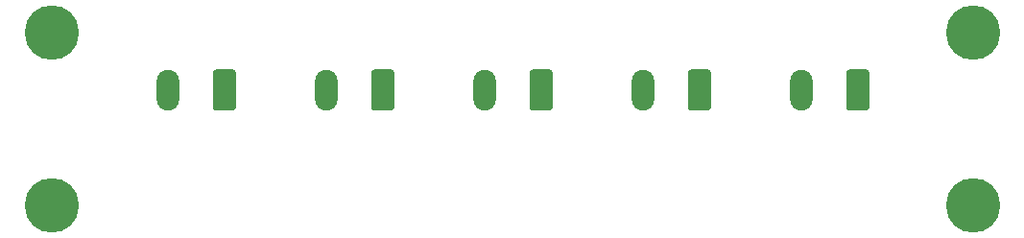
<source format=gbr>
G04 #@! TF.GenerationSoftware,KiCad,Pcbnew,5.1.5-52549c5~84~ubuntu18.04.1*
G04 #@! TF.CreationDate,2020-01-16T18:33:31+01:00*
G04 #@! TF.ProjectId,3d-printer-power-distribution-board,33642d70-7269-46e7-9465-722d706f7765,rev?*
G04 #@! TF.SameCoordinates,Original*
G04 #@! TF.FileFunction,Copper,L1,Top*
G04 #@! TF.FilePolarity,Positive*
%FSLAX46Y46*%
G04 Gerber Fmt 4.6, Leading zero omitted, Abs format (unit mm)*
G04 Created by KiCad (PCBNEW 5.1.5-52549c5~84~ubuntu18.04.1) date 2020-01-16 18:33:31*
%MOMM*%
%LPD*%
G04 APERTURE LIST*
%ADD10O,2.000000X3.600000*%
%ADD11C,0.100000*%
%ADD12C,4.800000*%
G04 APERTURE END LIST*
D10*
X80090000Y-127000000D03*
G04 #@! TA.AperFunction,ComponentPad*
D11*
G36*
X85864504Y-125201204D02*
G01*
X85888773Y-125204804D01*
X85912571Y-125210765D01*
X85935671Y-125219030D01*
X85957849Y-125229520D01*
X85978893Y-125242133D01*
X85998598Y-125256747D01*
X86016777Y-125273223D01*
X86033253Y-125291402D01*
X86047867Y-125311107D01*
X86060480Y-125332151D01*
X86070970Y-125354329D01*
X86079235Y-125377429D01*
X86085196Y-125401227D01*
X86088796Y-125425496D01*
X86090000Y-125450000D01*
X86090000Y-128550000D01*
X86088796Y-128574504D01*
X86085196Y-128598773D01*
X86079235Y-128622571D01*
X86070970Y-128645671D01*
X86060480Y-128667849D01*
X86047867Y-128688893D01*
X86033253Y-128708598D01*
X86016777Y-128726777D01*
X85998598Y-128743253D01*
X85978893Y-128757867D01*
X85957849Y-128770480D01*
X85935671Y-128780970D01*
X85912571Y-128789235D01*
X85888773Y-128795196D01*
X85864504Y-128798796D01*
X85840000Y-128800000D01*
X84340000Y-128800000D01*
X84315496Y-128798796D01*
X84291227Y-128795196D01*
X84267429Y-128789235D01*
X84244329Y-128780970D01*
X84222151Y-128770480D01*
X84201107Y-128757867D01*
X84181402Y-128743253D01*
X84163223Y-128726777D01*
X84146747Y-128708598D01*
X84132133Y-128688893D01*
X84119520Y-128667849D01*
X84109030Y-128645671D01*
X84100765Y-128622571D01*
X84094804Y-128598773D01*
X84091204Y-128574504D01*
X84090000Y-128550000D01*
X84090000Y-125450000D01*
X84091204Y-125425496D01*
X84094804Y-125401227D01*
X84100765Y-125377429D01*
X84109030Y-125354329D01*
X84119520Y-125332151D01*
X84132133Y-125311107D01*
X84146747Y-125291402D01*
X84163223Y-125273223D01*
X84181402Y-125256747D01*
X84201107Y-125242133D01*
X84222151Y-125229520D01*
X84244329Y-125219030D01*
X84267429Y-125210765D01*
X84291227Y-125204804D01*
X84315496Y-125201204D01*
X84340000Y-125200000D01*
X85840000Y-125200000D01*
X85864504Y-125201204D01*
G37*
G04 #@! TD.AperFunction*
D10*
X66120000Y-127000000D03*
G04 #@! TA.AperFunction,ComponentPad*
D11*
G36*
X71894504Y-125201204D02*
G01*
X71918773Y-125204804D01*
X71942571Y-125210765D01*
X71965671Y-125219030D01*
X71987849Y-125229520D01*
X72008893Y-125242133D01*
X72028598Y-125256747D01*
X72046777Y-125273223D01*
X72063253Y-125291402D01*
X72077867Y-125311107D01*
X72090480Y-125332151D01*
X72100970Y-125354329D01*
X72109235Y-125377429D01*
X72115196Y-125401227D01*
X72118796Y-125425496D01*
X72120000Y-125450000D01*
X72120000Y-128550000D01*
X72118796Y-128574504D01*
X72115196Y-128598773D01*
X72109235Y-128622571D01*
X72100970Y-128645671D01*
X72090480Y-128667849D01*
X72077867Y-128688893D01*
X72063253Y-128708598D01*
X72046777Y-128726777D01*
X72028598Y-128743253D01*
X72008893Y-128757867D01*
X71987849Y-128770480D01*
X71965671Y-128780970D01*
X71942571Y-128789235D01*
X71918773Y-128795196D01*
X71894504Y-128798796D01*
X71870000Y-128800000D01*
X70370000Y-128800000D01*
X70345496Y-128798796D01*
X70321227Y-128795196D01*
X70297429Y-128789235D01*
X70274329Y-128780970D01*
X70252151Y-128770480D01*
X70231107Y-128757867D01*
X70211402Y-128743253D01*
X70193223Y-128726777D01*
X70176747Y-128708598D01*
X70162133Y-128688893D01*
X70149520Y-128667849D01*
X70139030Y-128645671D01*
X70130765Y-128622571D01*
X70124804Y-128598773D01*
X70121204Y-128574504D01*
X70120000Y-128550000D01*
X70120000Y-125450000D01*
X70121204Y-125425496D01*
X70124804Y-125401227D01*
X70130765Y-125377429D01*
X70139030Y-125354329D01*
X70149520Y-125332151D01*
X70162133Y-125311107D01*
X70176747Y-125291402D01*
X70193223Y-125273223D01*
X70211402Y-125256747D01*
X70231107Y-125242133D01*
X70252151Y-125229520D01*
X70274329Y-125219030D01*
X70297429Y-125210765D01*
X70321227Y-125204804D01*
X70345496Y-125201204D01*
X70370000Y-125200000D01*
X71870000Y-125200000D01*
X71894504Y-125201204D01*
G37*
G04 #@! TD.AperFunction*
G04 #@! TA.AperFunction,ComponentPad*
G36*
X99834504Y-125201204D02*
G01*
X99858773Y-125204804D01*
X99882571Y-125210765D01*
X99905671Y-125219030D01*
X99927849Y-125229520D01*
X99948893Y-125242133D01*
X99968598Y-125256747D01*
X99986777Y-125273223D01*
X100003253Y-125291402D01*
X100017867Y-125311107D01*
X100030480Y-125332151D01*
X100040970Y-125354329D01*
X100049235Y-125377429D01*
X100055196Y-125401227D01*
X100058796Y-125425496D01*
X100060000Y-125450000D01*
X100060000Y-128550000D01*
X100058796Y-128574504D01*
X100055196Y-128598773D01*
X100049235Y-128622571D01*
X100040970Y-128645671D01*
X100030480Y-128667849D01*
X100017867Y-128688893D01*
X100003253Y-128708598D01*
X99986777Y-128726777D01*
X99968598Y-128743253D01*
X99948893Y-128757867D01*
X99927849Y-128770480D01*
X99905671Y-128780970D01*
X99882571Y-128789235D01*
X99858773Y-128795196D01*
X99834504Y-128798796D01*
X99810000Y-128800000D01*
X98310000Y-128800000D01*
X98285496Y-128798796D01*
X98261227Y-128795196D01*
X98237429Y-128789235D01*
X98214329Y-128780970D01*
X98192151Y-128770480D01*
X98171107Y-128757867D01*
X98151402Y-128743253D01*
X98133223Y-128726777D01*
X98116747Y-128708598D01*
X98102133Y-128688893D01*
X98089520Y-128667849D01*
X98079030Y-128645671D01*
X98070765Y-128622571D01*
X98064804Y-128598773D01*
X98061204Y-128574504D01*
X98060000Y-128550000D01*
X98060000Y-125450000D01*
X98061204Y-125425496D01*
X98064804Y-125401227D01*
X98070765Y-125377429D01*
X98079030Y-125354329D01*
X98089520Y-125332151D01*
X98102133Y-125311107D01*
X98116747Y-125291402D01*
X98133223Y-125273223D01*
X98151402Y-125256747D01*
X98171107Y-125242133D01*
X98192151Y-125229520D01*
X98214329Y-125219030D01*
X98237429Y-125210765D01*
X98261227Y-125204804D01*
X98285496Y-125201204D01*
X98310000Y-125200000D01*
X99810000Y-125200000D01*
X99834504Y-125201204D01*
G37*
G04 #@! TD.AperFunction*
D10*
X94060000Y-127000000D03*
X108030000Y-127000000D03*
G04 #@! TA.AperFunction,ComponentPad*
D11*
G36*
X113804504Y-125201204D02*
G01*
X113828773Y-125204804D01*
X113852571Y-125210765D01*
X113875671Y-125219030D01*
X113897849Y-125229520D01*
X113918893Y-125242133D01*
X113938598Y-125256747D01*
X113956777Y-125273223D01*
X113973253Y-125291402D01*
X113987867Y-125311107D01*
X114000480Y-125332151D01*
X114010970Y-125354329D01*
X114019235Y-125377429D01*
X114025196Y-125401227D01*
X114028796Y-125425496D01*
X114030000Y-125450000D01*
X114030000Y-128550000D01*
X114028796Y-128574504D01*
X114025196Y-128598773D01*
X114019235Y-128622571D01*
X114010970Y-128645671D01*
X114000480Y-128667849D01*
X113987867Y-128688893D01*
X113973253Y-128708598D01*
X113956777Y-128726777D01*
X113938598Y-128743253D01*
X113918893Y-128757867D01*
X113897849Y-128770480D01*
X113875671Y-128780970D01*
X113852571Y-128789235D01*
X113828773Y-128795196D01*
X113804504Y-128798796D01*
X113780000Y-128800000D01*
X112280000Y-128800000D01*
X112255496Y-128798796D01*
X112231227Y-128795196D01*
X112207429Y-128789235D01*
X112184329Y-128780970D01*
X112162151Y-128770480D01*
X112141107Y-128757867D01*
X112121402Y-128743253D01*
X112103223Y-128726777D01*
X112086747Y-128708598D01*
X112072133Y-128688893D01*
X112059520Y-128667849D01*
X112049030Y-128645671D01*
X112040765Y-128622571D01*
X112034804Y-128598773D01*
X112031204Y-128574504D01*
X112030000Y-128550000D01*
X112030000Y-125450000D01*
X112031204Y-125425496D01*
X112034804Y-125401227D01*
X112040765Y-125377429D01*
X112049030Y-125354329D01*
X112059520Y-125332151D01*
X112072133Y-125311107D01*
X112086747Y-125291402D01*
X112103223Y-125273223D01*
X112121402Y-125256747D01*
X112141107Y-125242133D01*
X112162151Y-125229520D01*
X112184329Y-125219030D01*
X112207429Y-125210765D01*
X112231227Y-125204804D01*
X112255496Y-125201204D01*
X112280000Y-125200000D01*
X113780000Y-125200000D01*
X113804504Y-125201204D01*
G37*
G04 #@! TD.AperFunction*
G04 #@! TA.AperFunction,ComponentPad*
G36*
X127774504Y-125201204D02*
G01*
X127798773Y-125204804D01*
X127822571Y-125210765D01*
X127845671Y-125219030D01*
X127867849Y-125229520D01*
X127888893Y-125242133D01*
X127908598Y-125256747D01*
X127926777Y-125273223D01*
X127943253Y-125291402D01*
X127957867Y-125311107D01*
X127970480Y-125332151D01*
X127980970Y-125354329D01*
X127989235Y-125377429D01*
X127995196Y-125401227D01*
X127998796Y-125425496D01*
X128000000Y-125450000D01*
X128000000Y-128550000D01*
X127998796Y-128574504D01*
X127995196Y-128598773D01*
X127989235Y-128622571D01*
X127980970Y-128645671D01*
X127970480Y-128667849D01*
X127957867Y-128688893D01*
X127943253Y-128708598D01*
X127926777Y-128726777D01*
X127908598Y-128743253D01*
X127888893Y-128757867D01*
X127867849Y-128770480D01*
X127845671Y-128780970D01*
X127822571Y-128789235D01*
X127798773Y-128795196D01*
X127774504Y-128798796D01*
X127750000Y-128800000D01*
X126250000Y-128800000D01*
X126225496Y-128798796D01*
X126201227Y-128795196D01*
X126177429Y-128789235D01*
X126154329Y-128780970D01*
X126132151Y-128770480D01*
X126111107Y-128757867D01*
X126091402Y-128743253D01*
X126073223Y-128726777D01*
X126056747Y-128708598D01*
X126042133Y-128688893D01*
X126029520Y-128667849D01*
X126019030Y-128645671D01*
X126010765Y-128622571D01*
X126004804Y-128598773D01*
X126001204Y-128574504D01*
X126000000Y-128550000D01*
X126000000Y-125450000D01*
X126001204Y-125425496D01*
X126004804Y-125401227D01*
X126010765Y-125377429D01*
X126019030Y-125354329D01*
X126029520Y-125332151D01*
X126042133Y-125311107D01*
X126056747Y-125291402D01*
X126073223Y-125273223D01*
X126091402Y-125256747D01*
X126111107Y-125242133D01*
X126132151Y-125229520D01*
X126154329Y-125219030D01*
X126177429Y-125210765D01*
X126201227Y-125204804D01*
X126225496Y-125201204D01*
X126250000Y-125200000D01*
X127750000Y-125200000D01*
X127774504Y-125201204D01*
G37*
G04 #@! TD.AperFunction*
D10*
X122000000Y-127000000D03*
D12*
X137160000Y-121920000D03*
X137160000Y-137160000D03*
X55880000Y-137160000D03*
X55880000Y-121920000D03*
M02*

</source>
